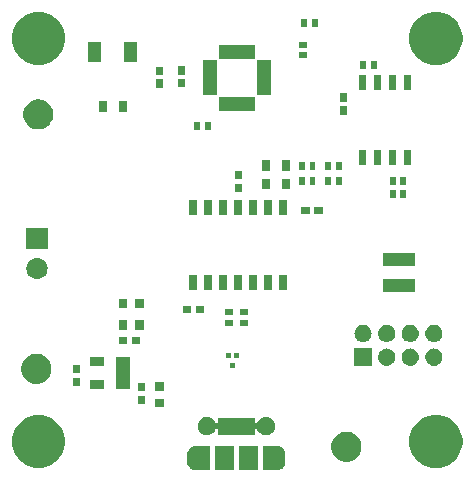
<source format=gbr>
G04 #@! TF.GenerationSoftware,KiCad,Pcbnew,(5.1.0)-1*
G04 #@! TF.CreationDate,2020-09-23T23:54:54-05:00*
G04 #@! TF.ProjectId,low_cost_multispectral_sensor,6c6f775f-636f-4737-945f-6d756c746973,rev?*
G04 #@! TF.SameCoordinates,Original*
G04 #@! TF.FileFunction,Soldermask,Top*
G04 #@! TF.FilePolarity,Negative*
%FSLAX46Y46*%
G04 Gerber Fmt 4.6, Leading zero omitted, Abs format (unit mm)*
G04 Created by KiCad (PCBNEW (5.1.0)-1) date 2020-09-23 23:54:54*
%MOMM*%
%LPD*%
G04 APERTURE LIST*
%ADD10C,0.100000*%
G04 APERTURE END LIST*
D10*
G36*
X153050862Y-108648398D02*
G01*
X153063114Y-108649000D01*
X154276000Y-108649000D01*
X154276000Y-110651000D01*
X153063114Y-110651000D01*
X153050862Y-110651602D01*
X153025000Y-110654149D01*
X152999138Y-110651602D01*
X152986886Y-110651000D01*
X152913594Y-110651000D01*
X152896836Y-110642043D01*
X152885299Y-110637915D01*
X152800307Y-110612132D01*
X152774664Y-110604354D01*
X152661575Y-110543906D01*
X152562447Y-110462554D01*
X152481094Y-110363424D01*
X152420646Y-110250335D01*
X152410960Y-110218403D01*
X152383420Y-110127617D01*
X152374000Y-110031972D01*
X152374000Y-109268027D01*
X152383420Y-109172382D01*
X152420645Y-109049668D01*
X152481096Y-108936574D01*
X152562447Y-108837446D01*
X152661576Y-108756094D01*
X152774666Y-108695646D01*
X152774669Y-108695645D01*
X152885290Y-108662088D01*
X152907925Y-108652712D01*
X152913481Y-108649000D01*
X152986886Y-108649000D01*
X152999138Y-108648398D01*
X153025000Y-108645851D01*
X153050862Y-108648398D01*
X153050862Y-108648398D01*
G37*
G36*
X160050862Y-108648398D02*
G01*
X160063114Y-108649000D01*
X160136406Y-108649000D01*
X160153164Y-108657957D01*
X160164707Y-108662087D01*
X160275331Y-108695645D01*
X160275334Y-108695646D01*
X160388424Y-108756094D01*
X160487554Y-108837447D01*
X160568906Y-108936575D01*
X160629354Y-109049664D01*
X160635657Y-109070444D01*
X160666580Y-109172382D01*
X160676000Y-109268027D01*
X160676000Y-110031973D01*
X160666580Y-110127618D01*
X160639040Y-110218404D01*
X160629354Y-110250336D01*
X160568906Y-110363425D01*
X160487554Y-110462554D01*
X160388425Y-110543906D01*
X160275336Y-110604354D01*
X160249693Y-110612132D01*
X160164708Y-110637913D01*
X160142075Y-110647287D01*
X160136518Y-110651000D01*
X160063114Y-110651000D01*
X160050862Y-110651602D01*
X160025000Y-110654149D01*
X159999138Y-110651602D01*
X159986886Y-110651000D01*
X158774000Y-110651000D01*
X158774000Y-108649000D01*
X159986886Y-108649000D01*
X159999138Y-108648398D01*
X160025000Y-108645851D01*
X160050862Y-108648398D01*
X160050862Y-108648398D01*
G37*
G36*
X156326000Y-110651000D02*
G01*
X154724000Y-110651000D01*
X154724000Y-108649000D01*
X156326000Y-108649000D01*
X156326000Y-110651000D01*
X156326000Y-110651000D01*
G37*
G36*
X158326000Y-110651000D02*
G01*
X156724000Y-110651000D01*
X156724000Y-108649000D01*
X158326000Y-108649000D01*
X158326000Y-110651000D01*
X158326000Y-110651000D01*
G37*
G36*
X173700880Y-106009776D02*
G01*
X174081593Y-106085504D01*
X174491249Y-106255189D01*
X174859929Y-106501534D01*
X175173466Y-106815071D01*
X175419811Y-107183751D01*
X175589496Y-107593407D01*
X175676000Y-108028296D01*
X175676000Y-108471704D01*
X175589496Y-108906593D01*
X175419811Y-109316249D01*
X175173466Y-109684929D01*
X174859929Y-109998466D01*
X174491249Y-110244811D01*
X174081593Y-110414496D01*
X173700880Y-110490224D01*
X173646705Y-110501000D01*
X173203295Y-110501000D01*
X173149120Y-110490224D01*
X172768407Y-110414496D01*
X172358751Y-110244811D01*
X171990071Y-109998466D01*
X171676534Y-109684929D01*
X171430189Y-109316249D01*
X171260504Y-108906593D01*
X171174000Y-108471704D01*
X171174000Y-108028296D01*
X171260504Y-107593407D01*
X171430189Y-107183751D01*
X171676534Y-106815071D01*
X171990071Y-106501534D01*
X172358751Y-106255189D01*
X172768407Y-106085504D01*
X173149120Y-106009776D01*
X173203295Y-105999000D01*
X173646705Y-105999000D01*
X173700880Y-106009776D01*
X173700880Y-106009776D01*
G37*
G36*
X140050880Y-106009776D02*
G01*
X140431593Y-106085504D01*
X140841249Y-106255189D01*
X141209929Y-106501534D01*
X141523466Y-106815071D01*
X141769811Y-107183751D01*
X141939496Y-107593407D01*
X142026000Y-108028296D01*
X142026000Y-108471704D01*
X141939496Y-108906593D01*
X141769811Y-109316249D01*
X141523466Y-109684929D01*
X141209929Y-109998466D01*
X140841249Y-110244811D01*
X140431593Y-110414496D01*
X140050880Y-110490224D01*
X139996705Y-110501000D01*
X139553295Y-110501000D01*
X139499120Y-110490224D01*
X139118407Y-110414496D01*
X138708751Y-110244811D01*
X138340071Y-109998466D01*
X138026534Y-109684929D01*
X137780189Y-109316249D01*
X137610504Y-108906593D01*
X137524000Y-108471704D01*
X137524000Y-108028296D01*
X137610504Y-107593407D01*
X137780189Y-107183751D01*
X138026534Y-106815071D01*
X138340071Y-106501534D01*
X138708751Y-106255189D01*
X139118407Y-106085504D01*
X139499120Y-106009776D01*
X139553295Y-105999000D01*
X139996705Y-105999000D01*
X140050880Y-106009776D01*
X140050880Y-106009776D01*
G37*
G36*
X166048831Y-107444669D02*
G01*
X166220445Y-107478805D01*
X166451571Y-107574541D01*
X166479806Y-107593407D01*
X166633617Y-107696180D01*
X166659578Y-107713527D01*
X166836473Y-107890422D01*
X166975459Y-108098429D01*
X167071195Y-108329555D01*
X167120000Y-108574916D01*
X167120000Y-108825084D01*
X167075328Y-109049669D01*
X167071195Y-109070444D01*
X166989354Y-109268027D01*
X166975459Y-109301571D01*
X166836473Y-109509578D01*
X166659578Y-109686473D01*
X166451571Y-109825459D01*
X166220445Y-109921195D01*
X166097764Y-109945598D01*
X165975085Y-109970000D01*
X165724915Y-109970000D01*
X165602236Y-109945598D01*
X165479555Y-109921195D01*
X165248429Y-109825459D01*
X165040422Y-109686473D01*
X164863527Y-109509578D01*
X164724541Y-109301571D01*
X164710647Y-109268027D01*
X164628805Y-109070444D01*
X164624673Y-109049669D01*
X164580000Y-108825084D01*
X164580000Y-108574916D01*
X164628805Y-108329555D01*
X164724541Y-108098429D01*
X164863527Y-107890422D01*
X165040422Y-107713527D01*
X165066384Y-107696180D01*
X165220194Y-107593407D01*
X165248429Y-107574541D01*
X165479555Y-107478805D01*
X165651169Y-107444669D01*
X165724915Y-107430000D01*
X165975085Y-107430000D01*
X166048831Y-107444669D01*
X166048831Y-107444669D01*
G37*
G36*
X154251348Y-106203820D02*
G01*
X154251350Y-106203821D01*
X154251351Y-106203821D01*
X154392574Y-106262317D01*
X154392577Y-106262319D01*
X154519669Y-106347239D01*
X154627761Y-106455331D01*
X154684375Y-106540060D01*
X154712683Y-106582426D01*
X154733517Y-106632725D01*
X154745068Y-106654336D01*
X154760614Y-106673278D01*
X154779556Y-106688823D01*
X154801166Y-106700374D01*
X154824615Y-106707487D01*
X154849001Y-106709889D01*
X154873387Y-106707487D01*
X154896836Y-106700374D01*
X154918447Y-106688823D01*
X154937389Y-106673277D01*
X154952934Y-106654335D01*
X154964485Y-106632725D01*
X154971598Y-106609276D01*
X154974000Y-106584890D01*
X154974000Y-106224000D01*
X158076000Y-106224000D01*
X158076000Y-106584890D01*
X158078402Y-106609276D01*
X158085515Y-106632725D01*
X158097066Y-106654336D01*
X158112611Y-106673278D01*
X158131553Y-106688823D01*
X158153164Y-106700374D01*
X158176613Y-106707487D01*
X158200999Y-106709889D01*
X158225385Y-106707487D01*
X158248834Y-106700374D01*
X158270445Y-106688823D01*
X158289387Y-106673278D01*
X158304932Y-106654336D01*
X158316483Y-106632725D01*
X158337317Y-106582426D01*
X158365625Y-106540060D01*
X158422239Y-106455331D01*
X158530331Y-106347239D01*
X158657423Y-106262319D01*
X158657426Y-106262317D01*
X158798649Y-106203821D01*
X158798650Y-106203821D01*
X158798652Y-106203820D01*
X158948569Y-106174000D01*
X159101431Y-106174000D01*
X159251348Y-106203820D01*
X159251350Y-106203821D01*
X159251351Y-106203821D01*
X159392574Y-106262317D01*
X159392577Y-106262319D01*
X159519669Y-106347239D01*
X159627761Y-106455331D01*
X159712681Y-106582423D01*
X159712683Y-106582426D01*
X159771179Y-106723649D01*
X159801000Y-106873571D01*
X159801000Y-107026429D01*
X159771179Y-107176351D01*
X159712683Y-107317574D01*
X159712682Y-107317575D01*
X159712681Y-107317577D01*
X159627761Y-107444669D01*
X159519669Y-107552761D01*
X159392577Y-107637681D01*
X159392574Y-107637683D01*
X159251351Y-107696179D01*
X159251350Y-107696179D01*
X159251348Y-107696180D01*
X159101431Y-107726000D01*
X158948569Y-107726000D01*
X158798652Y-107696180D01*
X158798650Y-107696179D01*
X158798649Y-107696179D01*
X158657426Y-107637683D01*
X158657423Y-107637681D01*
X158530331Y-107552761D01*
X158422239Y-107444669D01*
X158337318Y-107317575D01*
X158337317Y-107317574D01*
X158316481Y-107267272D01*
X158304932Y-107245664D01*
X158289386Y-107226722D01*
X158270444Y-107211177D01*
X158248834Y-107199626D01*
X158225385Y-107192513D01*
X158200999Y-107190111D01*
X158176613Y-107192513D01*
X158153164Y-107199626D01*
X158131553Y-107211177D01*
X158112611Y-107226723D01*
X158097066Y-107245665D01*
X158085515Y-107267275D01*
X158078402Y-107290724D01*
X158076000Y-107315110D01*
X158076000Y-107676000D01*
X154974000Y-107676000D01*
X154974000Y-107315110D01*
X154971598Y-107290724D01*
X154964485Y-107267275D01*
X154952934Y-107245664D01*
X154937389Y-107226722D01*
X154918447Y-107211177D01*
X154896836Y-107199626D01*
X154873387Y-107192513D01*
X154849001Y-107190111D01*
X154824615Y-107192513D01*
X154801166Y-107199626D01*
X154779555Y-107211177D01*
X154760613Y-107226722D01*
X154745068Y-107245664D01*
X154733519Y-107267272D01*
X154712683Y-107317574D01*
X154712682Y-107317575D01*
X154627761Y-107444669D01*
X154519669Y-107552761D01*
X154392577Y-107637681D01*
X154392574Y-107637683D01*
X154251351Y-107696179D01*
X154251350Y-107696179D01*
X154251348Y-107696180D01*
X154101431Y-107726000D01*
X153948569Y-107726000D01*
X153798652Y-107696180D01*
X153798650Y-107696179D01*
X153798649Y-107696179D01*
X153657426Y-107637683D01*
X153657423Y-107637681D01*
X153530331Y-107552761D01*
X153422239Y-107444669D01*
X153337319Y-107317577D01*
X153337318Y-107317575D01*
X153337317Y-107317574D01*
X153278821Y-107176351D01*
X153249000Y-107026429D01*
X153249000Y-106873571D01*
X153278821Y-106723649D01*
X153337317Y-106582426D01*
X153337319Y-106582423D01*
X153422239Y-106455331D01*
X153530331Y-106347239D01*
X153657423Y-106262319D01*
X153657426Y-106262317D01*
X153798649Y-106203821D01*
X153798650Y-106203821D01*
X153798652Y-106203820D01*
X153948569Y-106174000D01*
X154101431Y-106174000D01*
X154251348Y-106203820D01*
X154251348Y-106203820D01*
G37*
G36*
X150426000Y-105351000D02*
G01*
X149624000Y-105351000D01*
X149624000Y-104649000D01*
X150426000Y-104649000D01*
X150426000Y-105351000D01*
X150426000Y-105351000D01*
G37*
G36*
X148826000Y-105101000D02*
G01*
X148224000Y-105101000D01*
X148224000Y-104399000D01*
X148826000Y-104399000D01*
X148826000Y-105101000D01*
X148826000Y-105101000D01*
G37*
G36*
X148826000Y-104001000D02*
G01*
X148224000Y-104001000D01*
X148224000Y-103299000D01*
X148826000Y-103299000D01*
X148826000Y-104001000D01*
X148826000Y-104001000D01*
G37*
G36*
X150426000Y-103951000D02*
G01*
X149624000Y-103951000D01*
X149624000Y-103249000D01*
X150426000Y-103249000D01*
X150426000Y-103951000D01*
X150426000Y-103951000D01*
G37*
G36*
X145306000Y-103776000D02*
G01*
X144144000Y-103776000D01*
X144144000Y-103024000D01*
X145306000Y-103024000D01*
X145306000Y-103776000D01*
X145306000Y-103776000D01*
G37*
G36*
X147506000Y-103776000D02*
G01*
X146344000Y-103776000D01*
X146344000Y-101124000D01*
X147506000Y-101124000D01*
X147506000Y-103776000D01*
X147506000Y-103776000D01*
G37*
G36*
X143326000Y-103551000D02*
G01*
X142724000Y-103551000D01*
X142724000Y-102849000D01*
X143326000Y-102849000D01*
X143326000Y-103551000D01*
X143326000Y-103551000D01*
G37*
G36*
X139847765Y-100854403D02*
G01*
X139970445Y-100878805D01*
X140201571Y-100974541D01*
X140306279Y-101044505D01*
X140389334Y-101100000D01*
X140409578Y-101113527D01*
X140586473Y-101290422D01*
X140725459Y-101498429D01*
X140821195Y-101729555D01*
X140870000Y-101974916D01*
X140870000Y-102225084D01*
X140821195Y-102470445D01*
X140725459Y-102701571D01*
X140586473Y-102909578D01*
X140409578Y-103086473D01*
X140201571Y-103225459D01*
X139970445Y-103321195D01*
X139847764Y-103345598D01*
X139725085Y-103370000D01*
X139474915Y-103370000D01*
X139352236Y-103345598D01*
X139229555Y-103321195D01*
X138998429Y-103225459D01*
X138790422Y-103086473D01*
X138613527Y-102909578D01*
X138474541Y-102701571D01*
X138378805Y-102470445D01*
X138330000Y-102225084D01*
X138330000Y-101974916D01*
X138378805Y-101729555D01*
X138474541Y-101498429D01*
X138613527Y-101290422D01*
X138790422Y-101113527D01*
X138810667Y-101100000D01*
X138893721Y-101044505D01*
X138998429Y-100974541D01*
X139229555Y-100878805D01*
X139352235Y-100854403D01*
X139474915Y-100830000D01*
X139725085Y-100830000D01*
X139847765Y-100854403D01*
X139847765Y-100854403D01*
G37*
G36*
X143326000Y-102451000D02*
G01*
X142724000Y-102451000D01*
X142724000Y-101749000D01*
X143326000Y-101749000D01*
X143326000Y-102451000D01*
X143326000Y-102451000D01*
G37*
G36*
X156401000Y-102026000D02*
G01*
X155999000Y-102026000D01*
X155999000Y-101624000D01*
X156401000Y-101624000D01*
X156401000Y-102026000D01*
X156401000Y-102026000D01*
G37*
G36*
X145306000Y-101876000D02*
G01*
X144144000Y-101876000D01*
X144144000Y-101124000D01*
X145306000Y-101124000D01*
X145306000Y-101876000D01*
X145306000Y-101876000D01*
G37*
G36*
X167976000Y-101826000D02*
G01*
X166524000Y-101826000D01*
X166524000Y-100374000D01*
X167976000Y-100374000D01*
X167976000Y-101826000D01*
X167976000Y-101826000D01*
G37*
G36*
X173321213Y-100377502D02*
G01*
X173392321Y-100384505D01*
X173529172Y-100426019D01*
X173529175Y-100426020D01*
X173655294Y-100493432D01*
X173765843Y-100584157D01*
X173856568Y-100694706D01*
X173923980Y-100820825D01*
X173923981Y-100820828D01*
X173965495Y-100957679D01*
X173979512Y-101100000D01*
X173965495Y-101242321D01*
X173950903Y-101290422D01*
X173923980Y-101379175D01*
X173856568Y-101505294D01*
X173765843Y-101615843D01*
X173655294Y-101706568D01*
X173529175Y-101773980D01*
X173529172Y-101773981D01*
X173392321Y-101815495D01*
X173321213Y-101822498D01*
X173285660Y-101826000D01*
X173214340Y-101826000D01*
X173178787Y-101822498D01*
X173107679Y-101815495D01*
X172970828Y-101773981D01*
X172970825Y-101773980D01*
X172844706Y-101706568D01*
X172734157Y-101615843D01*
X172643432Y-101505294D01*
X172576020Y-101379175D01*
X172549097Y-101290422D01*
X172534505Y-101242321D01*
X172520488Y-101100000D01*
X172534505Y-100957679D01*
X172576019Y-100820828D01*
X172576020Y-100820825D01*
X172643432Y-100694706D01*
X172734157Y-100584157D01*
X172844706Y-100493432D01*
X172970825Y-100426020D01*
X172970828Y-100426019D01*
X173107679Y-100384505D01*
X173178787Y-100377502D01*
X173214340Y-100374000D01*
X173285660Y-100374000D01*
X173321213Y-100377502D01*
X173321213Y-100377502D01*
G37*
G36*
X171321213Y-100377502D02*
G01*
X171392321Y-100384505D01*
X171529172Y-100426019D01*
X171529175Y-100426020D01*
X171655294Y-100493432D01*
X171765843Y-100584157D01*
X171856568Y-100694706D01*
X171923980Y-100820825D01*
X171923981Y-100820828D01*
X171965495Y-100957679D01*
X171979512Y-101100000D01*
X171965495Y-101242321D01*
X171950903Y-101290422D01*
X171923980Y-101379175D01*
X171856568Y-101505294D01*
X171765843Y-101615843D01*
X171655294Y-101706568D01*
X171529175Y-101773980D01*
X171529172Y-101773981D01*
X171392321Y-101815495D01*
X171321213Y-101822498D01*
X171285660Y-101826000D01*
X171214340Y-101826000D01*
X171178787Y-101822498D01*
X171107679Y-101815495D01*
X170970828Y-101773981D01*
X170970825Y-101773980D01*
X170844706Y-101706568D01*
X170734157Y-101615843D01*
X170643432Y-101505294D01*
X170576020Y-101379175D01*
X170549097Y-101290422D01*
X170534505Y-101242321D01*
X170520488Y-101100000D01*
X170534505Y-100957679D01*
X170576019Y-100820828D01*
X170576020Y-100820825D01*
X170643432Y-100694706D01*
X170734157Y-100584157D01*
X170844706Y-100493432D01*
X170970825Y-100426020D01*
X170970828Y-100426019D01*
X171107679Y-100384505D01*
X171178787Y-100377502D01*
X171214340Y-100374000D01*
X171285660Y-100374000D01*
X171321213Y-100377502D01*
X171321213Y-100377502D01*
G37*
G36*
X169321213Y-100377502D02*
G01*
X169392321Y-100384505D01*
X169529172Y-100426019D01*
X169529175Y-100426020D01*
X169655294Y-100493432D01*
X169765843Y-100584157D01*
X169856568Y-100694706D01*
X169923980Y-100820825D01*
X169923981Y-100820828D01*
X169965495Y-100957679D01*
X169979512Y-101100000D01*
X169965495Y-101242321D01*
X169950903Y-101290422D01*
X169923980Y-101379175D01*
X169856568Y-101505294D01*
X169765843Y-101615843D01*
X169655294Y-101706568D01*
X169529175Y-101773980D01*
X169529172Y-101773981D01*
X169392321Y-101815495D01*
X169321213Y-101822498D01*
X169285660Y-101826000D01*
X169214340Y-101826000D01*
X169178787Y-101822498D01*
X169107679Y-101815495D01*
X168970828Y-101773981D01*
X168970825Y-101773980D01*
X168844706Y-101706568D01*
X168734157Y-101615843D01*
X168643432Y-101505294D01*
X168576020Y-101379175D01*
X168549097Y-101290422D01*
X168534505Y-101242321D01*
X168520488Y-101100000D01*
X168534505Y-100957679D01*
X168576019Y-100820828D01*
X168576020Y-100820825D01*
X168643432Y-100694706D01*
X168734157Y-100584157D01*
X168844706Y-100493432D01*
X168970825Y-100426020D01*
X168970828Y-100426019D01*
X169107679Y-100384505D01*
X169178787Y-100377502D01*
X169214340Y-100374000D01*
X169285660Y-100374000D01*
X169321213Y-100377502D01*
X169321213Y-100377502D01*
G37*
G36*
X156051000Y-101176000D02*
G01*
X155649000Y-101176000D01*
X155649000Y-100774000D01*
X156051000Y-100774000D01*
X156051000Y-101176000D01*
X156051000Y-101176000D01*
G37*
G36*
X156751000Y-101176000D02*
G01*
X156349000Y-101176000D01*
X156349000Y-100774000D01*
X156751000Y-100774000D01*
X156751000Y-101176000D01*
X156751000Y-101176000D01*
G37*
G36*
X148376000Y-100001000D02*
G01*
X147674000Y-100001000D01*
X147674000Y-99399000D01*
X148376000Y-99399000D01*
X148376000Y-100001000D01*
X148376000Y-100001000D01*
G37*
G36*
X147276000Y-100001000D02*
G01*
X146574000Y-100001000D01*
X146574000Y-99399000D01*
X147276000Y-99399000D01*
X147276000Y-100001000D01*
X147276000Y-100001000D01*
G37*
G36*
X167321213Y-98377502D02*
G01*
X167392321Y-98384505D01*
X167529172Y-98426019D01*
X167529175Y-98426020D01*
X167655294Y-98493432D01*
X167765843Y-98584157D01*
X167856568Y-98694706D01*
X167923980Y-98820825D01*
X167923981Y-98820828D01*
X167965495Y-98957679D01*
X167979512Y-99100000D01*
X167965495Y-99242321D01*
X167923981Y-99379172D01*
X167923980Y-99379175D01*
X167856568Y-99505294D01*
X167765843Y-99615843D01*
X167655294Y-99706568D01*
X167529175Y-99773980D01*
X167529172Y-99773981D01*
X167392321Y-99815495D01*
X167321213Y-99822498D01*
X167285660Y-99826000D01*
X167214340Y-99826000D01*
X167178787Y-99822498D01*
X167107679Y-99815495D01*
X166970828Y-99773981D01*
X166970825Y-99773980D01*
X166844706Y-99706568D01*
X166734157Y-99615843D01*
X166643432Y-99505294D01*
X166576020Y-99379175D01*
X166576019Y-99379172D01*
X166534505Y-99242321D01*
X166520488Y-99100000D01*
X166534505Y-98957679D01*
X166576019Y-98820828D01*
X166576020Y-98820825D01*
X166643432Y-98694706D01*
X166734157Y-98584157D01*
X166844706Y-98493432D01*
X166970825Y-98426020D01*
X166970828Y-98426019D01*
X167107679Y-98384505D01*
X167178787Y-98377502D01*
X167214340Y-98374000D01*
X167285660Y-98374000D01*
X167321213Y-98377502D01*
X167321213Y-98377502D01*
G37*
G36*
X169321213Y-98377502D02*
G01*
X169392321Y-98384505D01*
X169529172Y-98426019D01*
X169529175Y-98426020D01*
X169655294Y-98493432D01*
X169765843Y-98584157D01*
X169856568Y-98694706D01*
X169923980Y-98820825D01*
X169923981Y-98820828D01*
X169965495Y-98957679D01*
X169979512Y-99100000D01*
X169965495Y-99242321D01*
X169923981Y-99379172D01*
X169923980Y-99379175D01*
X169856568Y-99505294D01*
X169765843Y-99615843D01*
X169655294Y-99706568D01*
X169529175Y-99773980D01*
X169529172Y-99773981D01*
X169392321Y-99815495D01*
X169321213Y-99822498D01*
X169285660Y-99826000D01*
X169214340Y-99826000D01*
X169178787Y-99822498D01*
X169107679Y-99815495D01*
X168970828Y-99773981D01*
X168970825Y-99773980D01*
X168844706Y-99706568D01*
X168734157Y-99615843D01*
X168643432Y-99505294D01*
X168576020Y-99379175D01*
X168576019Y-99379172D01*
X168534505Y-99242321D01*
X168520488Y-99100000D01*
X168534505Y-98957679D01*
X168576019Y-98820828D01*
X168576020Y-98820825D01*
X168643432Y-98694706D01*
X168734157Y-98584157D01*
X168844706Y-98493432D01*
X168970825Y-98426020D01*
X168970828Y-98426019D01*
X169107679Y-98384505D01*
X169178787Y-98377502D01*
X169214340Y-98374000D01*
X169285660Y-98374000D01*
X169321213Y-98377502D01*
X169321213Y-98377502D01*
G37*
G36*
X171321213Y-98377502D02*
G01*
X171392321Y-98384505D01*
X171529172Y-98426019D01*
X171529175Y-98426020D01*
X171655294Y-98493432D01*
X171765843Y-98584157D01*
X171856568Y-98694706D01*
X171923980Y-98820825D01*
X171923981Y-98820828D01*
X171965495Y-98957679D01*
X171979512Y-99100000D01*
X171965495Y-99242321D01*
X171923981Y-99379172D01*
X171923980Y-99379175D01*
X171856568Y-99505294D01*
X171765843Y-99615843D01*
X171655294Y-99706568D01*
X171529175Y-99773980D01*
X171529172Y-99773981D01*
X171392321Y-99815495D01*
X171321213Y-99822498D01*
X171285660Y-99826000D01*
X171214340Y-99826000D01*
X171178787Y-99822498D01*
X171107679Y-99815495D01*
X170970828Y-99773981D01*
X170970825Y-99773980D01*
X170844706Y-99706568D01*
X170734157Y-99615843D01*
X170643432Y-99505294D01*
X170576020Y-99379175D01*
X170576019Y-99379172D01*
X170534505Y-99242321D01*
X170520488Y-99100000D01*
X170534505Y-98957679D01*
X170576019Y-98820828D01*
X170576020Y-98820825D01*
X170643432Y-98694706D01*
X170734157Y-98584157D01*
X170844706Y-98493432D01*
X170970825Y-98426020D01*
X170970828Y-98426019D01*
X171107679Y-98384505D01*
X171178787Y-98377502D01*
X171214340Y-98374000D01*
X171285660Y-98374000D01*
X171321213Y-98377502D01*
X171321213Y-98377502D01*
G37*
G36*
X173321213Y-98377502D02*
G01*
X173392321Y-98384505D01*
X173529172Y-98426019D01*
X173529175Y-98426020D01*
X173655294Y-98493432D01*
X173765843Y-98584157D01*
X173856568Y-98694706D01*
X173923980Y-98820825D01*
X173923981Y-98820828D01*
X173965495Y-98957679D01*
X173979512Y-99100000D01*
X173965495Y-99242321D01*
X173923981Y-99379172D01*
X173923980Y-99379175D01*
X173856568Y-99505294D01*
X173765843Y-99615843D01*
X173655294Y-99706568D01*
X173529175Y-99773980D01*
X173529172Y-99773981D01*
X173392321Y-99815495D01*
X173321213Y-99822498D01*
X173285660Y-99826000D01*
X173214340Y-99826000D01*
X173178787Y-99822498D01*
X173107679Y-99815495D01*
X172970828Y-99773981D01*
X172970825Y-99773980D01*
X172844706Y-99706568D01*
X172734157Y-99615843D01*
X172643432Y-99505294D01*
X172576020Y-99379175D01*
X172576019Y-99379172D01*
X172534505Y-99242321D01*
X172520488Y-99100000D01*
X172534505Y-98957679D01*
X172576019Y-98820828D01*
X172576020Y-98820825D01*
X172643432Y-98694706D01*
X172734157Y-98584157D01*
X172844706Y-98493432D01*
X172970825Y-98426020D01*
X172970828Y-98426019D01*
X173107679Y-98384505D01*
X173178787Y-98377502D01*
X173214340Y-98374000D01*
X173285660Y-98374000D01*
X173321213Y-98377502D01*
X173321213Y-98377502D01*
G37*
G36*
X147276000Y-98801000D02*
G01*
X146574000Y-98801000D01*
X146574000Y-97999000D01*
X147276000Y-97999000D01*
X147276000Y-98801000D01*
X147276000Y-98801000D01*
G37*
G36*
X148676000Y-98801000D02*
G01*
X147974000Y-98801000D01*
X147974000Y-97999000D01*
X148676000Y-97999000D01*
X148676000Y-98801000D01*
X148676000Y-98801000D01*
G37*
G36*
X156276000Y-98451000D02*
G01*
X155574000Y-98451000D01*
X155574000Y-97949000D01*
X156276000Y-97949000D01*
X156276000Y-98451000D01*
X156276000Y-98451000D01*
G37*
G36*
X157551000Y-98451000D02*
G01*
X156849000Y-98451000D01*
X156849000Y-97949000D01*
X157551000Y-97949000D01*
X157551000Y-98451000D01*
X157551000Y-98451000D01*
G37*
G36*
X156276000Y-97551000D02*
G01*
X155574000Y-97551000D01*
X155574000Y-97049000D01*
X156276000Y-97049000D01*
X156276000Y-97551000D01*
X156276000Y-97551000D01*
G37*
G36*
X157551000Y-97551000D02*
G01*
X156849000Y-97551000D01*
X156849000Y-97049000D01*
X157551000Y-97049000D01*
X157551000Y-97551000D01*
X157551000Y-97551000D01*
G37*
G36*
X152676000Y-97401000D02*
G01*
X151974000Y-97401000D01*
X151974000Y-96799000D01*
X152676000Y-96799000D01*
X152676000Y-97401000D01*
X152676000Y-97401000D01*
G37*
G36*
X153776000Y-97401000D02*
G01*
X153074000Y-97401000D01*
X153074000Y-96799000D01*
X153776000Y-96799000D01*
X153776000Y-97401000D01*
X153776000Y-97401000D01*
G37*
G36*
X147276000Y-96951000D02*
G01*
X146574000Y-96951000D01*
X146574000Y-96149000D01*
X147276000Y-96149000D01*
X147276000Y-96951000D01*
X147276000Y-96951000D01*
G37*
G36*
X148676000Y-96951000D02*
G01*
X147974000Y-96951000D01*
X147974000Y-96149000D01*
X148676000Y-96149000D01*
X148676000Y-96951000D01*
X148676000Y-96951000D01*
G37*
G36*
X171626000Y-95631000D02*
G01*
X168974000Y-95631000D01*
X168974000Y-94469000D01*
X171626000Y-94469000D01*
X171626000Y-95631000D01*
X171626000Y-95631000D01*
G37*
G36*
X156980000Y-95420500D02*
G01*
X156370000Y-95420500D01*
X156370000Y-94175500D01*
X156980000Y-94175500D01*
X156980000Y-95420500D01*
X156980000Y-95420500D01*
G37*
G36*
X155710000Y-95420500D02*
G01*
X155100000Y-95420500D01*
X155100000Y-94175500D01*
X155710000Y-94175500D01*
X155710000Y-95420500D01*
X155710000Y-95420500D01*
G37*
G36*
X160790000Y-95420500D02*
G01*
X160180000Y-95420500D01*
X160180000Y-94175500D01*
X160790000Y-94175500D01*
X160790000Y-95420500D01*
X160790000Y-95420500D01*
G37*
G36*
X159520000Y-95420500D02*
G01*
X158910000Y-95420500D01*
X158910000Y-94175500D01*
X159520000Y-94175500D01*
X159520000Y-95420500D01*
X159520000Y-95420500D01*
G37*
G36*
X158250000Y-95420500D02*
G01*
X157640000Y-95420500D01*
X157640000Y-94175500D01*
X158250000Y-94175500D01*
X158250000Y-95420500D01*
X158250000Y-95420500D01*
G37*
G36*
X153170000Y-95420500D02*
G01*
X152560000Y-95420500D01*
X152560000Y-94175500D01*
X153170000Y-94175500D01*
X153170000Y-95420500D01*
X153170000Y-95420500D01*
G37*
G36*
X154440000Y-95420500D02*
G01*
X153830000Y-95420500D01*
X153830000Y-94175500D01*
X154440000Y-94175500D01*
X154440000Y-95420500D01*
X154440000Y-95420500D01*
G37*
G36*
X139760442Y-92705518D02*
G01*
X139826627Y-92712037D01*
X139996466Y-92763557D01*
X140152991Y-92847222D01*
X140188729Y-92876552D01*
X140290186Y-92959814D01*
X140373448Y-93061271D01*
X140402778Y-93097009D01*
X140486443Y-93253534D01*
X140537963Y-93423373D01*
X140555359Y-93600000D01*
X140537963Y-93776627D01*
X140486443Y-93946466D01*
X140402778Y-94102991D01*
X140373448Y-94138729D01*
X140290186Y-94240186D01*
X140188729Y-94323448D01*
X140152991Y-94352778D01*
X139996466Y-94436443D01*
X139826627Y-94487963D01*
X139760442Y-94494482D01*
X139694260Y-94501000D01*
X139605740Y-94501000D01*
X139539558Y-94494482D01*
X139473373Y-94487963D01*
X139303534Y-94436443D01*
X139147009Y-94352778D01*
X139111271Y-94323448D01*
X139009814Y-94240186D01*
X138926552Y-94138729D01*
X138897222Y-94102991D01*
X138813557Y-93946466D01*
X138762037Y-93776627D01*
X138744641Y-93600000D01*
X138762037Y-93423373D01*
X138813557Y-93253534D01*
X138897222Y-93097009D01*
X138926552Y-93061271D01*
X139009814Y-92959814D01*
X139111271Y-92876552D01*
X139147009Y-92847222D01*
X139303534Y-92763557D01*
X139473373Y-92712037D01*
X139539558Y-92705518D01*
X139605740Y-92699000D01*
X139694260Y-92699000D01*
X139760442Y-92705518D01*
X139760442Y-92705518D01*
G37*
G36*
X171626000Y-93431000D02*
G01*
X168974000Y-93431000D01*
X168974000Y-92269000D01*
X171626000Y-92269000D01*
X171626000Y-93431000D01*
X171626000Y-93431000D01*
G37*
G36*
X140551000Y-91961000D02*
G01*
X138749000Y-91961000D01*
X138749000Y-90159000D01*
X140551000Y-90159000D01*
X140551000Y-91961000D01*
X140551000Y-91961000D01*
G37*
G36*
X160790000Y-89070500D02*
G01*
X160180000Y-89070500D01*
X160180000Y-87825500D01*
X160790000Y-87825500D01*
X160790000Y-89070500D01*
X160790000Y-89070500D01*
G37*
G36*
X156980000Y-89070500D02*
G01*
X156370000Y-89070500D01*
X156370000Y-87825500D01*
X156980000Y-87825500D01*
X156980000Y-89070500D01*
X156980000Y-89070500D01*
G37*
G36*
X158250000Y-89070500D02*
G01*
X157640000Y-89070500D01*
X157640000Y-87825500D01*
X158250000Y-87825500D01*
X158250000Y-89070500D01*
X158250000Y-89070500D01*
G37*
G36*
X155710000Y-89070500D02*
G01*
X155100000Y-89070500D01*
X155100000Y-87825500D01*
X155710000Y-87825500D01*
X155710000Y-89070500D01*
X155710000Y-89070500D01*
G37*
G36*
X153170000Y-89070500D02*
G01*
X152560000Y-89070500D01*
X152560000Y-87825500D01*
X153170000Y-87825500D01*
X153170000Y-89070500D01*
X153170000Y-89070500D01*
G37*
G36*
X154440000Y-89070500D02*
G01*
X153830000Y-89070500D01*
X153830000Y-87825500D01*
X154440000Y-87825500D01*
X154440000Y-89070500D01*
X154440000Y-89070500D01*
G37*
G36*
X159520000Y-89070500D02*
G01*
X158910000Y-89070500D01*
X158910000Y-87825500D01*
X159520000Y-87825500D01*
X159520000Y-89070500D01*
X159520000Y-89070500D01*
G37*
G36*
X163826000Y-89001000D02*
G01*
X163124000Y-89001000D01*
X163124000Y-88399000D01*
X163826000Y-88399000D01*
X163826000Y-89001000D01*
X163826000Y-89001000D01*
G37*
G36*
X162726000Y-89001000D02*
G01*
X162024000Y-89001000D01*
X162024000Y-88399000D01*
X162726000Y-88399000D01*
X162726000Y-89001000D01*
X162726000Y-89001000D01*
G37*
G36*
X170926000Y-87651000D02*
G01*
X170424000Y-87651000D01*
X170424000Y-86949000D01*
X170926000Y-86949000D01*
X170926000Y-87651000D01*
X170926000Y-87651000D01*
G37*
G36*
X170026000Y-87651000D02*
G01*
X169524000Y-87651000D01*
X169524000Y-86949000D01*
X170026000Y-86949000D01*
X170026000Y-87651000D01*
X170026000Y-87651000D01*
G37*
G36*
X156976000Y-87126000D02*
G01*
X156374000Y-87126000D01*
X156374000Y-86424000D01*
X156976000Y-86424000D01*
X156976000Y-87126000D01*
X156976000Y-87126000D01*
G37*
G36*
X161076000Y-86901000D02*
G01*
X160374000Y-86901000D01*
X160374000Y-85999000D01*
X161076000Y-85999000D01*
X161076000Y-86901000D01*
X161076000Y-86901000D01*
G37*
G36*
X159376000Y-86901000D02*
G01*
X158674000Y-86901000D01*
X158674000Y-85999000D01*
X159376000Y-85999000D01*
X159376000Y-86901000D01*
X159376000Y-86901000D01*
G37*
G36*
X162326000Y-86551000D02*
G01*
X161824000Y-86551000D01*
X161824000Y-85849000D01*
X162326000Y-85849000D01*
X162326000Y-86551000D01*
X162326000Y-86551000D01*
G37*
G36*
X163226000Y-86551000D02*
G01*
X162724000Y-86551000D01*
X162724000Y-85849000D01*
X163226000Y-85849000D01*
X163226000Y-86551000D01*
X163226000Y-86551000D01*
G37*
G36*
X164576000Y-86551000D02*
G01*
X164074000Y-86551000D01*
X164074000Y-85849000D01*
X164576000Y-85849000D01*
X164576000Y-86551000D01*
X164576000Y-86551000D01*
G37*
G36*
X165476000Y-86551000D02*
G01*
X164974000Y-86551000D01*
X164974000Y-85849000D01*
X165476000Y-85849000D01*
X165476000Y-86551000D01*
X165476000Y-86551000D01*
G37*
G36*
X170026000Y-86551000D02*
G01*
X169524000Y-86551000D01*
X169524000Y-85849000D01*
X170026000Y-85849000D01*
X170026000Y-86551000D01*
X170026000Y-86551000D01*
G37*
G36*
X170926000Y-86551000D02*
G01*
X170424000Y-86551000D01*
X170424000Y-85849000D01*
X170926000Y-85849000D01*
X170926000Y-86551000D01*
X170926000Y-86551000D01*
G37*
G36*
X156976000Y-86026000D02*
G01*
X156374000Y-86026000D01*
X156374000Y-85324000D01*
X156976000Y-85324000D01*
X156976000Y-86026000D01*
X156976000Y-86026000D01*
G37*
G36*
X159376000Y-85351000D02*
G01*
X158674000Y-85351000D01*
X158674000Y-84449000D01*
X159376000Y-84449000D01*
X159376000Y-85351000D01*
X159376000Y-85351000D01*
G37*
G36*
X161076000Y-85351000D02*
G01*
X160374000Y-85351000D01*
X160374000Y-84449000D01*
X161076000Y-84449000D01*
X161076000Y-85351000D01*
X161076000Y-85351000D01*
G37*
G36*
X165476000Y-85251000D02*
G01*
X164974000Y-85251000D01*
X164974000Y-84549000D01*
X165476000Y-84549000D01*
X165476000Y-85251000D01*
X165476000Y-85251000D01*
G37*
G36*
X163226000Y-85251000D02*
G01*
X162724000Y-85251000D01*
X162724000Y-84549000D01*
X163226000Y-84549000D01*
X163226000Y-85251000D01*
X163226000Y-85251000D01*
G37*
G36*
X162326000Y-85251000D02*
G01*
X161824000Y-85251000D01*
X161824000Y-84549000D01*
X162326000Y-84549000D01*
X162326000Y-85251000D01*
X162326000Y-85251000D01*
G37*
G36*
X164576000Y-85251000D02*
G01*
X164074000Y-85251000D01*
X164074000Y-84549000D01*
X164576000Y-84549000D01*
X164576000Y-85251000D01*
X164576000Y-85251000D01*
G37*
G36*
X168795000Y-84847500D02*
G01*
X168185000Y-84847500D01*
X168185000Y-83602500D01*
X168795000Y-83602500D01*
X168795000Y-84847500D01*
X168795000Y-84847500D01*
G37*
G36*
X170065000Y-84847500D02*
G01*
X169455000Y-84847500D01*
X169455000Y-83602500D01*
X170065000Y-83602500D01*
X170065000Y-84847500D01*
X170065000Y-84847500D01*
G37*
G36*
X171335000Y-84847500D02*
G01*
X170725000Y-84847500D01*
X170725000Y-83602500D01*
X171335000Y-83602500D01*
X171335000Y-84847500D01*
X171335000Y-84847500D01*
G37*
G36*
X167525000Y-84847500D02*
G01*
X166915000Y-84847500D01*
X166915000Y-83602500D01*
X167525000Y-83602500D01*
X167525000Y-84847500D01*
X167525000Y-84847500D01*
G37*
G36*
X153476000Y-81901000D02*
G01*
X152974000Y-81901000D01*
X152974000Y-81199000D01*
X153476000Y-81199000D01*
X153476000Y-81901000D01*
X153476000Y-81901000D01*
G37*
G36*
X154376000Y-81901000D02*
G01*
X153874000Y-81901000D01*
X153874000Y-81199000D01*
X154376000Y-81199000D01*
X154376000Y-81901000D01*
X154376000Y-81901000D01*
G37*
G36*
X139997764Y-79304402D02*
G01*
X140120445Y-79328805D01*
X140351571Y-79424541D01*
X140559578Y-79563527D01*
X140736473Y-79740422D01*
X140875459Y-79948429D01*
X140971195Y-80179555D01*
X141020000Y-80424916D01*
X141020000Y-80675084D01*
X140971195Y-80920445D01*
X140875459Y-81151571D01*
X140736473Y-81359578D01*
X140559578Y-81536473D01*
X140351571Y-81675459D01*
X140120445Y-81771195D01*
X139997765Y-81795597D01*
X139875085Y-81820000D01*
X139624915Y-81820000D01*
X139502236Y-81795598D01*
X139379555Y-81771195D01*
X139148429Y-81675459D01*
X138940422Y-81536473D01*
X138763527Y-81359578D01*
X138624541Y-81151571D01*
X138528805Y-80920445D01*
X138480000Y-80675084D01*
X138480000Y-80424916D01*
X138528805Y-80179555D01*
X138624541Y-79948429D01*
X138763527Y-79740422D01*
X138940422Y-79563527D01*
X139148429Y-79424541D01*
X139379555Y-79328805D01*
X139502236Y-79304402D01*
X139624915Y-79280000D01*
X139875085Y-79280000D01*
X139997764Y-79304402D01*
X139997764Y-79304402D01*
G37*
G36*
X165926000Y-80576000D02*
G01*
X165324000Y-80576000D01*
X165324000Y-79874000D01*
X165926000Y-79874000D01*
X165926000Y-80576000D01*
X165926000Y-80576000D01*
G37*
G36*
X145576000Y-80351000D02*
G01*
X144874000Y-80351000D01*
X144874000Y-79449000D01*
X145576000Y-79449000D01*
X145576000Y-80351000D01*
X145576000Y-80351000D01*
G37*
G36*
X147276000Y-80351000D02*
G01*
X146574000Y-80351000D01*
X146574000Y-79449000D01*
X147276000Y-79449000D01*
X147276000Y-80351000D01*
X147276000Y-80351000D01*
G37*
G36*
X158078402Y-79051613D02*
G01*
X158076000Y-79075999D01*
X158076000Y-80251000D01*
X155074000Y-80251000D01*
X155074000Y-79075999D01*
X155071598Y-79051613D01*
X155070805Y-79049000D01*
X158079195Y-79049000D01*
X158078402Y-79051613D01*
X158078402Y-79051613D01*
G37*
G36*
X165926000Y-79476000D02*
G01*
X165324000Y-79476000D01*
X165324000Y-78774000D01*
X165926000Y-78774000D01*
X165926000Y-79476000D01*
X165926000Y-79476000D01*
G37*
G36*
X154878402Y-75951613D02*
G01*
X154876000Y-75975999D01*
X154876000Y-78924001D01*
X154878402Y-78948387D01*
X154879195Y-78951000D01*
X153674000Y-78951000D01*
X153674000Y-75949000D01*
X154879195Y-75949000D01*
X154878402Y-75951613D01*
X154878402Y-75951613D01*
G37*
G36*
X159476000Y-78951000D02*
G01*
X158270805Y-78951000D01*
X158271598Y-78948387D01*
X158274000Y-78924001D01*
X158274000Y-75975999D01*
X158271598Y-75951613D01*
X158270805Y-75949000D01*
X159476000Y-75949000D01*
X159476000Y-78951000D01*
X159476000Y-78951000D01*
G37*
G36*
X167525000Y-78497500D02*
G01*
X166915000Y-78497500D01*
X166915000Y-77252500D01*
X167525000Y-77252500D01*
X167525000Y-78497500D01*
X167525000Y-78497500D01*
G37*
G36*
X168795000Y-78497500D02*
G01*
X168185000Y-78497500D01*
X168185000Y-77252500D01*
X168795000Y-77252500D01*
X168795000Y-78497500D01*
X168795000Y-78497500D01*
G37*
G36*
X170065000Y-78497500D02*
G01*
X169455000Y-78497500D01*
X169455000Y-77252500D01*
X170065000Y-77252500D01*
X170065000Y-78497500D01*
X170065000Y-78497500D01*
G37*
G36*
X171335000Y-78497500D02*
G01*
X170725000Y-78497500D01*
X170725000Y-77252500D01*
X171335000Y-77252500D01*
X171335000Y-78497500D01*
X171335000Y-78497500D01*
G37*
G36*
X150326000Y-78301000D02*
G01*
X149724000Y-78301000D01*
X149724000Y-77599000D01*
X150326000Y-77599000D01*
X150326000Y-78301000D01*
X150326000Y-78301000D01*
G37*
G36*
X152151000Y-78276000D02*
G01*
X151549000Y-78276000D01*
X151549000Y-77574000D01*
X152151000Y-77574000D01*
X152151000Y-78276000D01*
X152151000Y-78276000D01*
G37*
G36*
X150326000Y-77201000D02*
G01*
X149724000Y-77201000D01*
X149724000Y-76499000D01*
X150326000Y-76499000D01*
X150326000Y-77201000D01*
X150326000Y-77201000D01*
G37*
G36*
X152151000Y-77176000D02*
G01*
X151549000Y-77176000D01*
X151549000Y-76474000D01*
X152151000Y-76474000D01*
X152151000Y-77176000D01*
X152151000Y-77176000D01*
G37*
G36*
X168426000Y-76726000D02*
G01*
X167924000Y-76726000D01*
X167924000Y-76024000D01*
X168426000Y-76024000D01*
X168426000Y-76726000D01*
X168426000Y-76726000D01*
G37*
G36*
X167526000Y-76726000D02*
G01*
X167024000Y-76726000D01*
X167024000Y-76024000D01*
X167526000Y-76024000D01*
X167526000Y-76726000D01*
X167526000Y-76726000D01*
G37*
G36*
X173700880Y-71859776D02*
G01*
X174081593Y-71935504D01*
X174491249Y-72105189D01*
X174859929Y-72351534D01*
X175173466Y-72665071D01*
X175419811Y-73033751D01*
X175589496Y-73443407D01*
X175676000Y-73878296D01*
X175676000Y-74321704D01*
X175589496Y-74756593D01*
X175419811Y-75166249D01*
X175173466Y-75534929D01*
X174859929Y-75848466D01*
X174491249Y-76094811D01*
X174081593Y-76264496D01*
X173700880Y-76340224D01*
X173646705Y-76351000D01*
X173203295Y-76351000D01*
X173149120Y-76340224D01*
X172768407Y-76264496D01*
X172358751Y-76094811D01*
X171990071Y-75848466D01*
X171676534Y-75534929D01*
X171430189Y-75166249D01*
X171260504Y-74756593D01*
X171174000Y-74321704D01*
X171174000Y-73878296D01*
X171260504Y-73443407D01*
X171430189Y-73033751D01*
X171676534Y-72665071D01*
X171990071Y-72351534D01*
X172358751Y-72105189D01*
X172768407Y-71935504D01*
X173149120Y-71859776D01*
X173203295Y-71849000D01*
X173646705Y-71849000D01*
X173700880Y-71859776D01*
X173700880Y-71859776D01*
G37*
G36*
X140050880Y-71859776D02*
G01*
X140431593Y-71935504D01*
X140841249Y-72105189D01*
X141209929Y-72351534D01*
X141523466Y-72665071D01*
X141769811Y-73033751D01*
X141939496Y-73443407D01*
X142026000Y-73878296D01*
X142026000Y-74321704D01*
X141939496Y-74756593D01*
X141769811Y-75166249D01*
X141523466Y-75534929D01*
X141209929Y-75848466D01*
X140841249Y-76094811D01*
X140431593Y-76264496D01*
X140050880Y-76340224D01*
X139996705Y-76351000D01*
X139553295Y-76351000D01*
X139499120Y-76340224D01*
X139118407Y-76264496D01*
X138708751Y-76094811D01*
X138340071Y-75848466D01*
X138026534Y-75534929D01*
X137780189Y-75166249D01*
X137610504Y-74756593D01*
X137524000Y-74321704D01*
X137524000Y-73878296D01*
X137610504Y-73443407D01*
X137780189Y-73033751D01*
X138026534Y-72665071D01*
X138340071Y-72351534D01*
X138708751Y-72105189D01*
X139118407Y-71935504D01*
X139499120Y-71859776D01*
X139553295Y-71849000D01*
X139996705Y-71849000D01*
X140050880Y-71859776D01*
X140050880Y-71859776D01*
G37*
G36*
X145076000Y-76151000D02*
G01*
X143974000Y-76151000D01*
X143974000Y-74449000D01*
X145076000Y-74449000D01*
X145076000Y-76151000D01*
X145076000Y-76151000D01*
G37*
G36*
X148076000Y-76151000D02*
G01*
X146974000Y-76151000D01*
X146974000Y-74449000D01*
X148076000Y-74449000D01*
X148076000Y-76151000D01*
X148076000Y-76151000D01*
G37*
G36*
X158076000Y-75824001D02*
G01*
X158078402Y-75848387D01*
X158079195Y-75851000D01*
X155070805Y-75851000D01*
X155071598Y-75848387D01*
X155074000Y-75824001D01*
X155074000Y-74649000D01*
X158076000Y-74649000D01*
X158076000Y-75824001D01*
X158076000Y-75824001D01*
G37*
G36*
X162501000Y-75801000D02*
G01*
X161799000Y-75801000D01*
X161799000Y-75299000D01*
X162501000Y-75299000D01*
X162501000Y-75801000D01*
X162501000Y-75801000D01*
G37*
G36*
X162501000Y-74901000D02*
G01*
X161799000Y-74901000D01*
X161799000Y-74399000D01*
X162501000Y-74399000D01*
X162501000Y-74901000D01*
X162501000Y-74901000D01*
G37*
G36*
X163401000Y-73151000D02*
G01*
X162899000Y-73151000D01*
X162899000Y-72449000D01*
X163401000Y-72449000D01*
X163401000Y-73151000D01*
X163401000Y-73151000D01*
G37*
G36*
X162501000Y-73151000D02*
G01*
X161999000Y-73151000D01*
X161999000Y-72449000D01*
X162501000Y-72449000D01*
X162501000Y-73151000D01*
X162501000Y-73151000D01*
G37*
M02*

</source>
